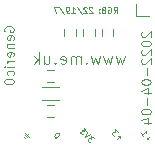
<source format=gbr>
%TF.GenerationSoftware,KiCad,Pcbnew,(6.0.5-0)*%
%TF.CreationDate,2022-06-27T15:27:31+01:00*%
%TF.ProjectId,Generic0,47656e65-7269-4633-902e-6b696361645f,1*%
%TF.SameCoordinates,Original*%
%TF.FileFunction,Legend,Bot*%
%TF.FilePolarity,Positive*%
%FSLAX46Y46*%
G04 Gerber Fmt 4.6, Leading zero omitted, Abs format (unit mm)*
G04 Created by KiCad (PCBNEW (6.0.5-0)) date 2022-06-27 15:27:31*
%MOMM*%
%LPD*%
G01*
G04 APERTURE LIST*
%ADD10C,0.100000*%
%ADD11C,0.120000*%
%ADD12C,0.080000*%
G04 APERTURE END LIST*
D10*
X93900000Y-41300000D02*
X93861904Y-41223809D01*
X93861904Y-41109523D01*
X93900000Y-40995238D01*
X93976190Y-40919047D01*
X94052380Y-40880952D01*
X94204761Y-40842857D01*
X94319047Y-40842857D01*
X94471428Y-40880952D01*
X94547619Y-40919047D01*
X94623809Y-40995238D01*
X94661904Y-41109523D01*
X94661904Y-41185714D01*
X94623809Y-41300000D01*
X94585714Y-41338095D01*
X94319047Y-41338095D01*
X94319047Y-41185714D01*
X94623809Y-41985714D02*
X94661904Y-41909523D01*
X94661904Y-41757142D01*
X94623809Y-41680952D01*
X94547619Y-41642857D01*
X94242857Y-41642857D01*
X94166666Y-41680952D01*
X94128571Y-41757142D01*
X94128571Y-41909523D01*
X94166666Y-41985714D01*
X94242857Y-42023809D01*
X94319047Y-42023809D01*
X94395238Y-41642857D01*
X94128571Y-42366666D02*
X94661904Y-42366666D01*
X94204761Y-42366666D02*
X94166666Y-42404761D01*
X94128571Y-42480952D01*
X94128571Y-42595238D01*
X94166666Y-42671428D01*
X94242857Y-42709523D01*
X94661904Y-42709523D01*
X94623809Y-43395238D02*
X94661904Y-43319047D01*
X94661904Y-43166666D01*
X94623809Y-43090476D01*
X94547619Y-43052380D01*
X94242857Y-43052380D01*
X94166666Y-43090476D01*
X94128571Y-43166666D01*
X94128571Y-43319047D01*
X94166666Y-43395238D01*
X94242857Y-43433333D01*
X94319047Y-43433333D01*
X94395238Y-43052380D01*
X94661904Y-43776190D02*
X94128571Y-43776190D01*
X94280952Y-43776190D02*
X94204761Y-43814285D01*
X94166666Y-43852380D01*
X94128571Y-43928571D01*
X94128571Y-44004761D01*
X94661904Y-44271428D02*
X94128571Y-44271428D01*
X93861904Y-44271428D02*
X93900000Y-44233333D01*
X93938095Y-44271428D01*
X93900000Y-44309523D01*
X93861904Y-44271428D01*
X93938095Y-44271428D01*
X94623809Y-44995238D02*
X94661904Y-44919047D01*
X94661904Y-44766666D01*
X94623809Y-44690476D01*
X94585714Y-44652380D01*
X94509523Y-44614285D01*
X94280952Y-44614285D01*
X94204761Y-44652380D01*
X94166666Y-44690476D01*
X94128571Y-44766666D01*
X94128571Y-44919047D01*
X94166666Y-44995238D01*
X93861904Y-45490476D02*
X93861904Y-45566666D01*
X93900000Y-45642857D01*
X93938095Y-45680952D01*
X94014285Y-45719047D01*
X94166666Y-45757142D01*
X94357142Y-45757142D01*
X94509523Y-45719047D01*
X94585714Y-45680952D01*
X94623809Y-45642857D01*
X94661904Y-45566666D01*
X94661904Y-45490476D01*
X94623809Y-45414285D01*
X94585714Y-45376190D01*
X94509523Y-45338095D01*
X94357142Y-45300000D01*
X94166666Y-45300000D01*
X94014285Y-45338095D01*
X93938095Y-45376190D01*
X93900000Y-45414285D01*
X93861904Y-45490476D01*
X105538095Y-41314285D02*
X105500000Y-41352380D01*
X105461904Y-41428571D01*
X105461904Y-41619047D01*
X105500000Y-41695238D01*
X105538095Y-41733333D01*
X105614285Y-41771428D01*
X105690476Y-41771428D01*
X105804761Y-41733333D01*
X106261904Y-41276190D01*
X106261904Y-41771428D01*
X105461904Y-42266666D02*
X105461904Y-42342857D01*
X105500000Y-42419047D01*
X105538095Y-42457142D01*
X105614285Y-42495238D01*
X105766666Y-42533333D01*
X105957142Y-42533333D01*
X106109523Y-42495238D01*
X106185714Y-42457142D01*
X106223809Y-42419047D01*
X106261904Y-42342857D01*
X106261904Y-42266666D01*
X106223809Y-42190476D01*
X106185714Y-42152380D01*
X106109523Y-42114285D01*
X105957142Y-42076190D01*
X105766666Y-42076190D01*
X105614285Y-42114285D01*
X105538095Y-42152380D01*
X105500000Y-42190476D01*
X105461904Y-42266666D01*
X105538095Y-42838095D02*
X105500000Y-42876190D01*
X105461904Y-42952380D01*
X105461904Y-43142857D01*
X105500000Y-43219047D01*
X105538095Y-43257142D01*
X105614285Y-43295238D01*
X105690476Y-43295238D01*
X105804761Y-43257142D01*
X106261904Y-42800000D01*
X106261904Y-43295238D01*
X105538095Y-43600000D02*
X105500000Y-43638095D01*
X105461904Y-43714285D01*
X105461904Y-43904761D01*
X105500000Y-43980952D01*
X105538095Y-44019047D01*
X105614285Y-44057142D01*
X105690476Y-44057142D01*
X105804761Y-44019047D01*
X106261904Y-43561904D01*
X106261904Y-44057142D01*
X105957142Y-44400000D02*
X105957142Y-45009523D01*
X105461904Y-45542857D02*
X105461904Y-45619047D01*
X105500000Y-45695238D01*
X105538095Y-45733333D01*
X105614285Y-45771428D01*
X105766666Y-45809523D01*
X105957142Y-45809523D01*
X106109523Y-45771428D01*
X106185714Y-45733333D01*
X106223809Y-45695238D01*
X106261904Y-45619047D01*
X106261904Y-45542857D01*
X106223809Y-45466666D01*
X106185714Y-45428571D01*
X106109523Y-45390476D01*
X105957142Y-45352380D01*
X105766666Y-45352380D01*
X105614285Y-45390476D01*
X105538095Y-45428571D01*
X105500000Y-45466666D01*
X105461904Y-45542857D01*
X105728571Y-46495238D02*
X106261904Y-46495238D01*
X105423809Y-46304761D02*
X105995238Y-46114285D01*
X105995238Y-46609523D01*
X105957142Y-46914285D02*
X105957142Y-47523809D01*
X105461904Y-48057142D02*
X105461904Y-48133333D01*
X105500000Y-48209523D01*
X105538095Y-48247619D01*
X105614285Y-48285714D01*
X105766666Y-48323809D01*
X105957142Y-48323809D01*
X106109523Y-48285714D01*
X106185714Y-48247619D01*
X106223809Y-48209523D01*
X106261904Y-48133333D01*
X106261904Y-48057142D01*
X106223809Y-47980952D01*
X106185714Y-47942857D01*
X106109523Y-47904761D01*
X105957142Y-47866666D01*
X105766666Y-47866666D01*
X105614285Y-47904761D01*
X105538095Y-47942857D01*
X105500000Y-47980952D01*
X105461904Y-48057142D01*
X105728571Y-49009523D02*
X106261904Y-49009523D01*
X105423809Y-48819047D02*
X105995238Y-48628571D01*
X105995238Y-49123809D01*
D11*
X104057142Y-43385714D02*
X103866666Y-44052380D01*
X103676190Y-43576190D01*
X103485714Y-44052380D01*
X103295238Y-43385714D01*
X103009523Y-43385714D02*
X102819047Y-44052380D01*
X102628571Y-43576190D01*
X102438095Y-44052380D01*
X102247619Y-43385714D01*
X101961904Y-43385714D02*
X101771428Y-44052380D01*
X101580952Y-43576190D01*
X101390476Y-44052380D01*
X101200000Y-43385714D01*
X100819047Y-43957142D02*
X100771428Y-44004761D01*
X100819047Y-44052380D01*
X100866666Y-44004761D01*
X100819047Y-43957142D01*
X100819047Y-44052380D01*
X100342857Y-44052380D02*
X100342857Y-43385714D01*
X100342857Y-43480952D02*
X100295238Y-43433333D01*
X100200000Y-43385714D01*
X100057142Y-43385714D01*
X99961904Y-43433333D01*
X99914285Y-43528571D01*
X99914285Y-44052380D01*
X99914285Y-43528571D02*
X99866666Y-43433333D01*
X99771428Y-43385714D01*
X99628571Y-43385714D01*
X99533333Y-43433333D01*
X99485714Y-43528571D01*
X99485714Y-44052380D01*
X98628571Y-44004761D02*
X98723809Y-44052380D01*
X98914285Y-44052380D01*
X99009523Y-44004761D01*
X99057142Y-43909523D01*
X99057142Y-43528571D01*
X99009523Y-43433333D01*
X98914285Y-43385714D01*
X98723809Y-43385714D01*
X98628571Y-43433333D01*
X98580952Y-43528571D01*
X98580952Y-43623809D01*
X99057142Y-43719047D01*
X98152380Y-43957142D02*
X98104761Y-44004761D01*
X98152380Y-44052380D01*
X98200000Y-44004761D01*
X98152380Y-43957142D01*
X98152380Y-44052380D01*
X97247619Y-43385714D02*
X97247619Y-44052380D01*
X97676190Y-43385714D02*
X97676190Y-43909523D01*
X97628571Y-44004761D01*
X97533333Y-44052380D01*
X97390476Y-44052380D01*
X97295238Y-44004761D01*
X97247619Y-43957142D01*
X96771428Y-44052380D02*
X96771428Y-43052380D01*
X96676190Y-43671428D02*
X96390476Y-44052380D01*
X96390476Y-43385714D02*
X96771428Y-43766666D01*
D12*
X103119047Y-39726190D02*
X103285714Y-39488095D01*
X103404761Y-39726190D02*
X103404761Y-39226190D01*
X103214285Y-39226190D01*
X103166666Y-39250000D01*
X103142857Y-39273809D01*
X103119047Y-39321428D01*
X103119047Y-39392857D01*
X103142857Y-39440476D01*
X103166666Y-39464285D01*
X103214285Y-39488095D01*
X103404761Y-39488095D01*
X102642857Y-39250000D02*
X102690476Y-39226190D01*
X102761904Y-39226190D01*
X102833333Y-39250000D01*
X102880952Y-39297619D01*
X102904761Y-39345238D01*
X102928571Y-39440476D01*
X102928571Y-39511904D01*
X102904761Y-39607142D01*
X102880952Y-39654761D01*
X102833333Y-39702380D01*
X102761904Y-39726190D01*
X102714285Y-39726190D01*
X102642857Y-39702380D01*
X102619047Y-39678571D01*
X102619047Y-39511904D01*
X102714285Y-39511904D01*
X102238095Y-39464285D02*
X102166666Y-39488095D01*
X102142857Y-39511904D01*
X102119047Y-39559523D01*
X102119047Y-39630952D01*
X102142857Y-39678571D01*
X102166666Y-39702380D01*
X102214285Y-39726190D01*
X102404761Y-39726190D01*
X102404761Y-39226190D01*
X102238095Y-39226190D01*
X102190476Y-39250000D01*
X102166666Y-39273809D01*
X102142857Y-39321428D01*
X102142857Y-39369047D01*
X102166666Y-39416666D01*
X102190476Y-39440476D01*
X102238095Y-39464285D01*
X102404761Y-39464285D01*
X101904761Y-39678571D02*
X101880952Y-39702380D01*
X101904761Y-39726190D01*
X101928571Y-39702380D01*
X101904761Y-39678571D01*
X101904761Y-39726190D01*
X101904761Y-39416666D02*
X101880952Y-39440476D01*
X101904761Y-39464285D01*
X101928571Y-39440476D01*
X101904761Y-39416666D01*
X101904761Y-39464285D01*
X101309523Y-39273809D02*
X101285714Y-39250000D01*
X101238095Y-39226190D01*
X101119047Y-39226190D01*
X101071428Y-39250000D01*
X101047619Y-39273809D01*
X101023809Y-39321428D01*
X101023809Y-39369047D01*
X101047619Y-39440476D01*
X101333333Y-39726190D01*
X101023809Y-39726190D01*
X100833333Y-39273809D02*
X100809523Y-39250000D01*
X100761904Y-39226190D01*
X100642857Y-39226190D01*
X100595238Y-39250000D01*
X100571428Y-39273809D01*
X100547619Y-39321428D01*
X100547619Y-39369047D01*
X100571428Y-39440476D01*
X100857142Y-39726190D01*
X100547619Y-39726190D01*
X99976190Y-39202380D02*
X100404761Y-39845238D01*
X99547619Y-39726190D02*
X99833333Y-39726190D01*
X99690476Y-39726190D02*
X99690476Y-39226190D01*
X99738095Y-39297619D01*
X99785714Y-39345238D01*
X99833333Y-39369047D01*
X99309523Y-39726190D02*
X99214285Y-39726190D01*
X99166666Y-39702380D01*
X99142857Y-39678571D01*
X99095238Y-39607142D01*
X99071428Y-39511904D01*
X99071428Y-39321428D01*
X99095238Y-39273809D01*
X99119047Y-39250000D01*
X99166666Y-39226190D01*
X99261904Y-39226190D01*
X99309523Y-39250000D01*
X99333333Y-39273809D01*
X99357142Y-39321428D01*
X99357142Y-39440476D01*
X99333333Y-39488095D01*
X99309523Y-39511904D01*
X99261904Y-39535714D01*
X99166666Y-39535714D01*
X99119047Y-39511904D01*
X99095238Y-39488095D01*
X99071428Y-39440476D01*
X98500000Y-39202380D02*
X98928571Y-39845238D01*
X98380952Y-39226190D02*
X98047619Y-39226190D01*
X98261904Y-39726190D01*
%TO.C,J1*%
X101461345Y-50344120D02*
X101242478Y-50125253D01*
X101225643Y-50377791D01*
X101175135Y-50327284D01*
X101124627Y-50310448D01*
X101090956Y-50310448D01*
X101040448Y-50327284D01*
X100956269Y-50411463D01*
X100939433Y-50461971D01*
X100939433Y-50495643D01*
X100956269Y-50546150D01*
X101057284Y-50647165D01*
X101107791Y-50664001D01*
X101141463Y-50664001D01*
X101141463Y-50024238D02*
X100670059Y-50259940D01*
X100905761Y-49788536D01*
X100821582Y-49704356D02*
X100602715Y-49485490D01*
X100585879Y-49738028D01*
X100535372Y-49687521D01*
X100484864Y-49670685D01*
X100451192Y-49670685D01*
X100400685Y-49687521D01*
X100316505Y-49771700D01*
X100299669Y-49822208D01*
X100299669Y-49855879D01*
X100316505Y-49906387D01*
X100417521Y-50007402D01*
X100468028Y-50024238D01*
X100501700Y-50024238D01*
X98500448Y-49923223D02*
X98466776Y-49889551D01*
X98416269Y-49872715D01*
X98382597Y-49872715D01*
X98332089Y-49889551D01*
X98247910Y-49940059D01*
X98163730Y-50024238D01*
X98113223Y-50108417D01*
X98096387Y-50158925D01*
X98096387Y-50192597D01*
X98113223Y-50243104D01*
X98146895Y-50276776D01*
X98197402Y-50293612D01*
X98231074Y-50293612D01*
X98281582Y-50276776D01*
X98365761Y-50226269D01*
X98449940Y-50142089D01*
X98500448Y-50057910D01*
X98517284Y-50007402D01*
X98517284Y-49973730D01*
X98500448Y-49923223D01*
X103378417Y-50428299D02*
X103647791Y-50158925D01*
X103647791Y-50293612D02*
X103647791Y-50158925D01*
X103513104Y-50158925D01*
X103462597Y-49805372D02*
X103243730Y-49586505D01*
X103226895Y-49839043D01*
X103176387Y-49788536D01*
X103125879Y-49771700D01*
X103092208Y-49771700D01*
X103041700Y-49788536D01*
X102957521Y-49872715D01*
X102940685Y-49923223D01*
X102940685Y-49956895D01*
X102957521Y-50007402D01*
X103058536Y-50108417D01*
X103109043Y-50125253D01*
X103142715Y-50125253D01*
X95960448Y-50226269D02*
X95623730Y-49889551D01*
X95792089Y-50259940D02*
X95590059Y-50057910D01*
X95943612Y-49906387D02*
X95792089Y-50057910D01*
X95556387Y-50226269D02*
X95623730Y-50293612D01*
X106187791Y-50158925D02*
X105918417Y-50428299D01*
X105918417Y-50293612D02*
X105918417Y-50428299D01*
X106053104Y-50428299D01*
X105430177Y-49940059D02*
X105632208Y-50142089D01*
X105531192Y-50041074D02*
X105884746Y-49687521D01*
X105867910Y-49771700D01*
X105867910Y-49839043D01*
X105884746Y-49889551D01*
D11*
%TO.C,R2*%
X102100000Y-41100000D02*
X102100000Y-41700000D01*
X103100000Y-41100000D02*
X103100000Y-41700000D01*
%TO.C,C1*%
X98100000Y-45550000D02*
X97500000Y-45550000D01*
X98100000Y-44550000D02*
X97500000Y-44550000D01*
%TO.C,R1*%
X98900000Y-41100000D02*
X98900000Y-41700000D01*
X99900000Y-41100000D02*
X99900000Y-41700000D01*
%TO.C,R3*%
X101500000Y-41100000D02*
X101500000Y-41700000D01*
X100500000Y-41100000D02*
X100500000Y-41700000D01*
%TO.C,R4*%
X98527064Y-47100000D02*
X97072936Y-47100000D01*
X98527064Y-46000000D02*
X97072936Y-46000000D01*
%TO.C,D1*%
X106100000Y-40000000D02*
X105000000Y-40000000D01*
X105000000Y-40000000D02*
X105000000Y-39000000D01*
%TO.C,C2*%
X98100000Y-47550000D02*
X97500000Y-47550000D01*
X98100000Y-48550000D02*
X97500000Y-48550000D01*
%TD*%
M02*

</source>
